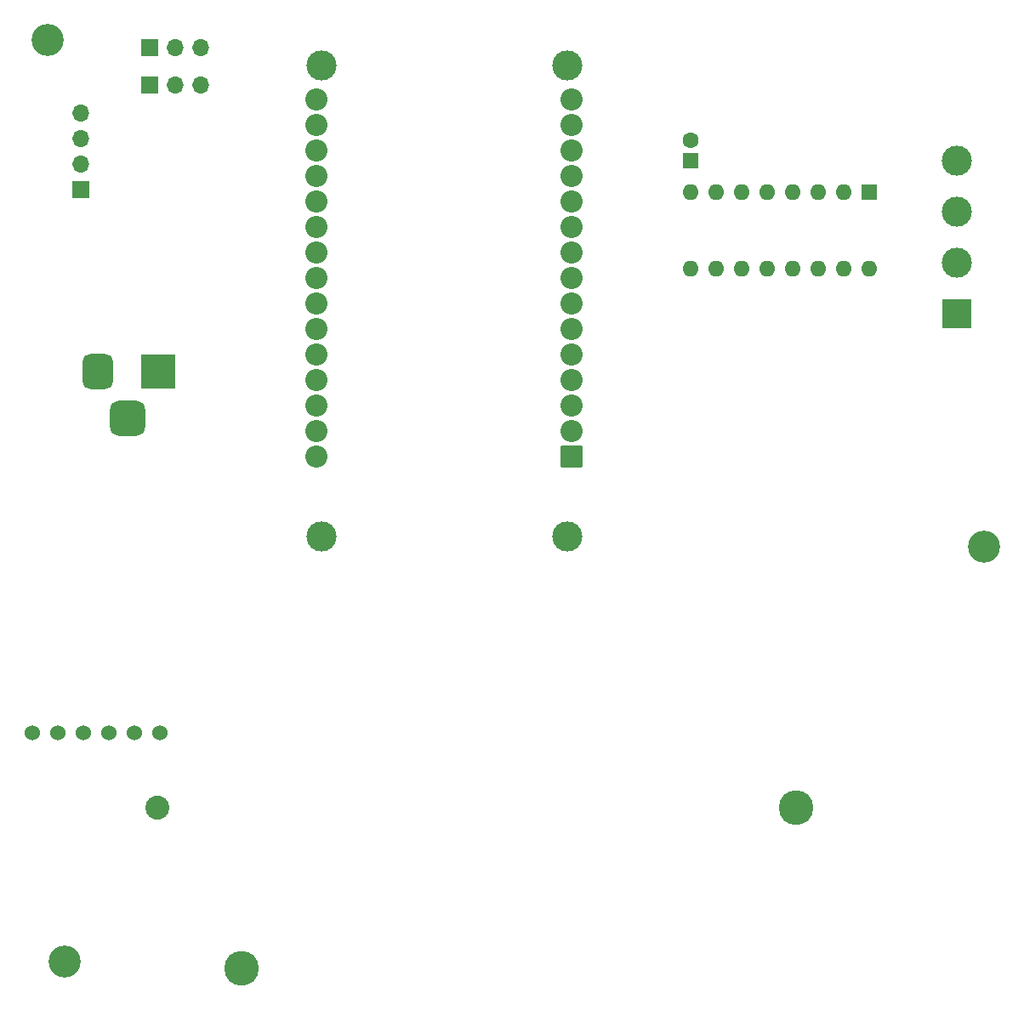
<source format=gbr>
%TF.GenerationSoftware,KiCad,Pcbnew,8.0.4+dfsg-1*%
%TF.CreationDate,2024-08-20T18:38:00-05:00*%
%TF.ProjectId,car-esp32-detector-de-obstaculos,6361722d-6573-4703-9332-2d6465746563,rev?*%
%TF.SameCoordinates,Original*%
%TF.FileFunction,Soldermask,Bot*%
%TF.FilePolarity,Negative*%
%FSLAX46Y46*%
G04 Gerber Fmt 4.6, Leading zero omitted, Abs format (unit mm)*
G04 Created by KiCad (PCBNEW 8.0.4+dfsg-1) date 2024-08-20 18:38:00*
%MOMM*%
%LPD*%
G01*
G04 APERTURE LIST*
G04 Aperture macros list*
%AMRoundRect*
0 Rectangle with rounded corners*
0 $1 Rounding radius*
0 $2 $3 $4 $5 $6 $7 $8 $9 X,Y pos of 4 corners*
0 Add a 4 corners polygon primitive as box body*
4,1,4,$2,$3,$4,$5,$6,$7,$8,$9,$2,$3,0*
0 Add four circle primitives for the rounded corners*
1,1,$1+$1,$2,$3*
1,1,$1+$1,$4,$5*
1,1,$1+$1,$6,$7*
1,1,$1+$1,$8,$9*
0 Add four rect primitives between the rounded corners*
20,1,$1+$1,$2,$3,$4,$5,0*
20,1,$1+$1,$4,$5,$6,$7,0*
20,1,$1+$1,$6,$7,$8,$9,0*
20,1,$1+$1,$8,$9,$2,$3,0*%
G04 Aperture macros list end*
%ADD10C,3.200000*%
%ADD11C,3.000000*%
%ADD12RoundRect,0.102000X1.000000X1.000000X-1.000000X1.000000X-1.000000X-1.000000X1.000000X-1.000000X0*%
%ADD13C,2.204000*%
%ADD14R,3.500000X3.500000*%
%ADD15RoundRect,0.750000X-0.750000X-1.000000X0.750000X-1.000000X0.750000X1.000000X-0.750000X1.000000X0*%
%ADD16RoundRect,0.875000X-0.875000X-0.875000X0.875000X-0.875000X0.875000X0.875000X-0.875000X0.875000X0*%
%ADD17C,1.524000*%
%ADD18R,1.700000X1.700000*%
%ADD19O,1.700000X1.700000*%
%ADD20C,2.390000*%
%ADD21C,3.450000*%
%ADD22R,1.600000X1.600000*%
%ADD23C,1.600000*%
%ADD24O,1.600000X1.600000*%
%ADD25R,3.000000X3.000000*%
G04 APERTURE END LIST*
D10*
%TO.C,*%
X43000000Y-38000000D03*
%TD*%
%TO.C,*%
X136200000Y-88500000D03*
%TD*%
%TO.C,REF\u002A\u002A*%
X44700000Y-129800000D03*
%TD*%
D11*
%TO.C,U1*%
X94780000Y-87475000D03*
X94780000Y-40525000D03*
X70270000Y-87475000D03*
X70270000Y-40525000D03*
D12*
X95200000Y-79515000D03*
D13*
X95200000Y-76975000D03*
X95200000Y-74435000D03*
X95200000Y-71895000D03*
X95200000Y-69355000D03*
X95200000Y-66815000D03*
X95200000Y-64275000D03*
X95200000Y-61735000D03*
X95200000Y-59195000D03*
X95200000Y-56655000D03*
X95200000Y-54115000D03*
X95200000Y-51575000D03*
X95200000Y-49035000D03*
X95200000Y-46495000D03*
X95200000Y-43955000D03*
X69800000Y-43955000D03*
X69800000Y-46495000D03*
X69800000Y-49035000D03*
X69800000Y-51575000D03*
X69800000Y-54115000D03*
X69800000Y-56655000D03*
X69800000Y-59195000D03*
X69800000Y-61735000D03*
X69800000Y-64275000D03*
X69800000Y-66815000D03*
X69800000Y-69355000D03*
X69800000Y-71895000D03*
X69800000Y-74435000D03*
X69800000Y-76975000D03*
X69800000Y-79515000D03*
%TD*%
D14*
%TO.C,J3*%
X54000000Y-71000000D03*
D15*
X48000000Y-71000000D03*
D16*
X51000000Y-75700000D03*
%TD*%
D17*
%TO.C,U3*%
X41460000Y-107000000D03*
X44000000Y-107000000D03*
X46540000Y-107000000D03*
X49080000Y-107000000D03*
X51620000Y-107000000D03*
X54160000Y-107000000D03*
%TD*%
D18*
%TO.C,J5*%
X53170000Y-42500000D03*
D19*
X55710000Y-42500000D03*
X58250000Y-42500000D03*
%TD*%
D18*
%TO.C,J2*%
X46300000Y-52940000D03*
D19*
X46300000Y-50400000D03*
X46300000Y-47860000D03*
X46300000Y-45320000D03*
%TD*%
D20*
%TO.C,BT1*%
X53970000Y-114500000D03*
D21*
X62300000Y-130500000D03*
X117500000Y-114500000D03*
%TD*%
D22*
%TO.C,C1*%
X107000000Y-50000000D03*
D23*
X107000000Y-48000000D03*
%TD*%
D18*
%TO.C,J1*%
X53170000Y-38750000D03*
D19*
X55710000Y-38750000D03*
X58250000Y-38750000D03*
%TD*%
D22*
%TO.C,U2*%
X124790000Y-53130000D03*
D24*
X122250000Y-53130000D03*
X119710000Y-53130000D03*
X117170000Y-53130000D03*
X114630000Y-53130000D03*
X112090000Y-53130000D03*
X109550000Y-53130000D03*
X107010000Y-53130000D03*
X107010000Y-60750000D03*
X109550000Y-60750000D03*
X112090000Y-60750000D03*
X114630000Y-60750000D03*
X117170000Y-60750000D03*
X119710000Y-60750000D03*
X122250000Y-60750000D03*
X124790000Y-60750000D03*
%TD*%
D25*
%TO.C,J4*%
X133500000Y-65240000D03*
D11*
X133500000Y-60160000D03*
X133500000Y-55080000D03*
X133500000Y-50000000D03*
%TD*%
M02*

</source>
